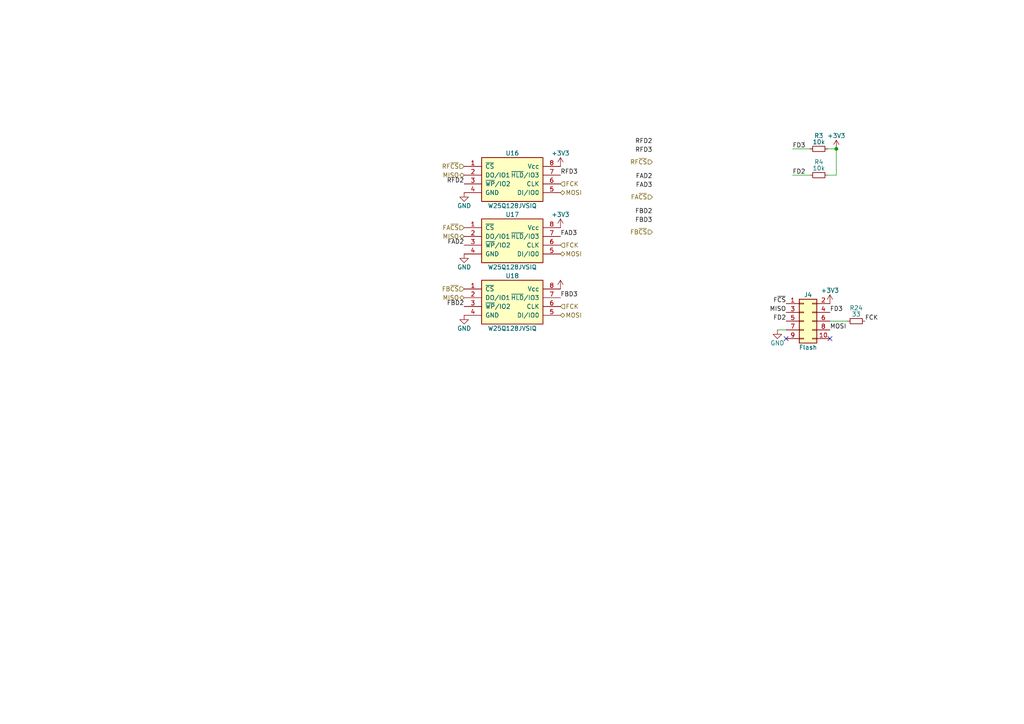
<source format=kicad_sch>
(kicad_sch (version 20230121) (generator eeschema)
  (paper "A4")
  (lib_symbols
    (symbol "Connector_Generic:Conn_02x05_Odd_Even" (pin_names (offset 1.016) hide)
      (property "Reference" "J" (at 1.27 7.62 0))
      (property "Value" "Conn_02x05_Odd_Even" (at 1.27 -7.62 0))
      (symbol "Conn_02x05_Odd_Even_1_1"
        (rectangle (start -1.27 -4.953) (end 0 -5.207) (stroke (width 0.1524)))
        (rectangle (start -1.27 -2.413) (end 0 -2.667) (stroke (width 0.1524)))
        (rectangle (start -1.27 0.127) (end 0 -0.127) (stroke (width 0.1524)))
        (rectangle (start -1.27 2.667) (end 0 2.413) (stroke (width 0.1524)))
        (rectangle (start -1.27 5.207) (end 0 4.953) (stroke (width 0.1524)))
        (rectangle (start -1.27 6.35) (end 3.81 -6.35) (stroke (width 0.254)) (fill (type background)))
        (rectangle (start 3.81 -4.953) (end 2.54 -5.207) (stroke (width 0.1524)))
        (rectangle (start 3.81 -2.413) (end 2.54 -2.667) (stroke (width 0.1524)))
        (rectangle (start 3.81 0.127) (end 2.54 -0.127) (stroke (width 0.1524)))
        (rectangle (start 3.81 2.667) (end 2.54 2.413) (stroke (width 0.1524)))
        (rectangle (start 3.81 5.207) (end 2.54 4.953) (stroke (width 0.1524)))
        (pin passive line (at -5.08 5.08 0) (length 3.81) (name "Pin_1") (number "1"))
        (pin passive line (at 7.62 -5.08 180) (length 3.81) (name "Pin_10") (number "10"))
        (pin passive line (at 7.62 5.08 180) (length 3.81) (name "Pin_2") (number "2"))
        (pin passive line (at -5.08 2.54 0) (length 3.81) (name "Pin_3") (number "3"))
        (pin passive line (at 7.62 2.54 180) (length 3.81) (name "Pin_4") (number "4"))
        (pin passive line (at -5.08 0 0) (length 3.81) (name "Pin_5") (number "5"))
        (pin passive line (at 7.62 0 180) (length 3.81) (name "Pin_6") (number "6"))
        (pin passive line (at -5.08 -2.54 0) (length 3.81) (name "Pin_7") (number "7"))
        (pin passive line (at 7.62 -2.54 180) (length 3.81) (name "Pin_8") (number "8"))
        (pin passive line (at -5.08 -5.08 0) (length 3.81) (name "Pin_9") (number "9"))
      )
    )
    (symbol "Device:R_Small" (pin_numbers hide) (pin_names (offset 0.254) hide)
      (property "Reference" "R" (at 0.762 0.508 0))
      (property "Value" "R_Small" (at 0.762 -1.016 0))
      (symbol "R_Small_0_1"
        (rectangle (start -0.762 1.778) (end 0.762 -1.778) (stroke (width 0.2032)))
      )
      (symbol "R_Small_1_1"
        (pin passive line (at 0 2.54 270) (length 0.762) (name "~") (number "1"))
        (pin passive line (at 0 -2.54 90) (length 0.762) (name "~") (number "2"))
      )
    )
    (symbol "GW_RAM:SPIFlash-SO-8" (pin_names (offset 1.016))
      (property "Reference" "U" (at 0 8.89 0))
      (property "Value" "SPIFlash-SO-8" (at 0 -6.35 0))
      (symbol "SPIFlash-SO-8_0_1"
        (rectangle (start -8.89 7.62) (end 8.89 -5.08) (stroke (width 0.254)) (fill (type background)))
      )
      (symbol "SPIFlash-SO-8_1_1"
        (pin input line (at -13.97 5.08 0) (length 5.08) (name "~{CS}") (number "1"))
        (pin bidirectional line (at -13.97 2.54 0) (length 5.08) (name "DO/IO1") (number "2"))
        (pin bidirectional line (at -13.97 0 0) (length 5.08) (name "~{WP}/IO2") (number "3"))
        (pin power_in line (at -13.97 -2.54 0) (length 5.08) (name "GND") (number "4"))
        (pin bidirectional line (at 13.97 -2.54 180) (length 5.08) (name "DI/IO0") (number "5"))
        (pin input line (at 13.97 0 180) (length 5.08) (name "CLK") (number "6"))
        (pin bidirectional line (at 13.97 2.54 180) (length 5.08) (name "~{HLD}/IO3") (number "7"))
        (pin power_in line (at 13.97 5.08 180) (length 5.08) (name "Vcc") (number "8"))
      )
    )
    (symbol "power:+3V3" (power) (pin_names (offset 0))
      (property "Value" "+3V3" (at 0 3.556 0))
      (symbol "+3V3_0_1"
        (polyline (pts (xy -0.762 1.27) (xy 0 2.54)))
        (polyline (pts (xy 0 0) (xy 0 2.54)))
        (polyline (pts (xy 0 2.54) (xy 0.762 1.27)))
      )
      (symbol "+3V3_1_1"
        (pin power_in line (at 0 0 90) (length 0) hide (name "+3V3") (number "1"))
      )
    )
    (symbol "power:GND" (power) (pin_names (offset 0))
      (property "Value" "GND" (at 0 -3.81 0))
      (symbol "GND_0_1"
        (polyline (pts (xy 0 0) (xy 0 -1.27) (xy 1.27 -1.27) (xy 0 -2.54) (xy -1.27 -1.27) (xy 0 -1.27)))
      )
      (symbol "GND_1_1"
        (pin power_in line (at 0 0 270) (length 0) hide (name "GND") (number "1"))
      )
    )
  )
  (junction (at 242.57 43.18))
  (no_connect (at 228.0164 98.2213))
  (no_connect (at 240.7164 98.2213))
  (wire (pts (xy 240.03 50.8) (xy 242.57 50.8)))
  (wire (pts (xy 225.4764 95.6813) (xy 228.0164 95.6813)))
  (wire (pts (xy 229.87 50.8) (xy 234.95 50.8)))
  (wire (pts (xy 240.03 43.18) (xy 242.57 43.18)))
  (wire (pts (xy 245.7964 93.1413) (xy 240.7164 93.1413)))
  (wire (pts (xy 242.57 50.8) (xy 242.57 43.18)))
  (wire (pts (xy 229.87 43.18) (xy 234.95 43.18)))
  (label "FAD3" (at 189.23 54.61 180))
  (label "FD3" (at 229.87 43.18 0))
  (label "RFD3" (at 162.56 50.8 0))
  (label "FBD2" (at 134.62 88.9 180))
  (label "FD2" (at 229.87 50.8 0))
  (label "FBD2" (at 189.23 62.23 180))
  (label "RFD3" (at 189.23 44.45 180))
  (label "FCK" (at 250.8764 93.1413 0))
  (label "FBD3" (at 162.56 86.36 0))
  (label "FD2" (at 228.0164 93.1413 180))
  (label "RFD2" (at 134.62 53.34 180))
  (label "MISO" (at 228.0164 90.6013 180))
  (label "F~{CS}" (at 228.0164 88.0613 180))
  (label "FAD2" (at 134.62 71.12 180))
  (label "MOSI" (at 240.7164 95.6813 0))
  (label "RFD2" (at 189.23 41.91 180))
  (label "FAD2" (at 189.23 52.07 180))
  (label "FD3" (at 240.7164 90.6013 0))
  (label "FAD3" (at 162.56 68.58 0))
  (label "FBD3" (at 189.23 64.77 180))
  (hierarchical_label "FA~{CS}" (shape input) (at 189.23 57.15 180))
  (hierarchical_label "FB~{CS}" (shape input) (at 134.62 83.82 180))
  (hierarchical_label "RF~{CS}" (shape input) (at 134.62 48.26 180))
  (hierarchical_label "FA~{CS}" (shape input) (at 134.62 66.04 180))
  (hierarchical_label "MISO" (shape bidirectional) (at 134.62 86.36 180))
  (hierarchical_label "MISO" (shape bidirectional) (at 134.62 50.8 180))
  (hierarchical_label "MOSI" (shape bidirectional) (at 162.56 73.66 0))
  (hierarchical_label "FB~{CS}" (shape input) (at 189.23 67.31 180))
  (hierarchical_label "MOSI" (shape bidirectional) (at 162.56 55.88 0))
  (hierarchical_label "MOSI" (shape bidirectional) (at 162.56 91.44 0))
  (hierarchical_label "MISO" (shape bidirectional) (at 134.62 68.58 180))
  (hierarchical_label "RF~{CS}" (shape input) (at 189.23 46.99 180))
  (hierarchical_label "FCK" (shape input) (at 162.56 53.34 0))
  (hierarchical_label "FCK" (shape input) (at 162.56 88.9 0))
  (hierarchical_label "FCK" (shape input) (at 162.56 71.12 0))
  (symbol (lib_id "GW_RAM:SPIFlash-SO-8") (at 148.59 71.12 0) (unit 1)
    (property "Reference" "U17" (at 148.59 62.23 0))
    (property "Value" "W25Q128JVSIQ" (at 148.59 77.47 0))
    (property "Footprint" "stdpads:SOIC-8_5.3mm" (effects hide))
    (property "LCSC Part" "C164122" (effects hide))
  )
  (symbol (lib_id "power:GND") (at 134.62 55.88 0) (unit 1)
    (property "Reference" "#PWR052" (effects hide))
    (property "Value" "GND" (at 134.62 59.69 0))
  )
  (symbol (lib_id "power:+3V3") (at 162.56 48.26 0) (unit 1)
    (property "Reference" "#PWR053" (effects hide))
    (property "Value" "+3V3" (at 162.56 44.45 0))
  )
  (symbol (lib_id "power:GND") (at 225.4764 95.6813 0) (unit 1)
    (property "Reference" "#PWR030" (effects hide))
    (property "Value" "GND" (at 225.4764 99.4913 0))
  )
  (symbol (lib_id "power:+3V3") (at 162.56 66.04 0) (unit 1)
    (property "Reference" "#PWR055" (effects hide))
    (property "Value" "+3V3" (at 162.56 62.23 0))
  )
  (symbol (lib_id "Connector_Generic:Conn_02x05_Odd_Even") (at 233.0964 93.1413 0) (unit 1)
    (property "Reference" "J4" (at 234.3664 85.5213 0))
    (property "Value" "Flash" (at 234.3664 100.7613 0))
    (property "Footprint" "Connector:Tag-Connect_TC2050-IDC-FP_2x05_P1.27mm_Vertical" (effects hide))
  )
  (symbol (lib_id "power:+3V3") (at 240.7164 88.0613 0) (unit 1)
    (property "Reference" "#PWR037" (effects hide))
    (property "Value" "+3V3" (at 240.7164 84.2513 0))
  )
  (symbol (lib_id "power:GND") (at 134.62 73.66 0) (unit 1)
    (property "Reference" "#PWR054" (effects hide))
    (property "Value" "GND" (at 134.62 77.47 0))
  )
  (symbol (lib_id "GW_RAM:SPIFlash-SO-8") (at 148.59 53.34 0) (unit 1)
    (property "Reference" "U16" (at 148.59 44.45 0))
    (property "Value" "W25Q128JVSIQ" (at 148.59 59.69 0))
    (property "Footprint" "stdpads:SOIC-8_5.3mm" (effects hide))
    (property "LCSC Part" "C164122" (effects hide))
  )
  (symbol (lib_id "Device:R_Small") (at 237.49 50.8 90) (unit 1)
    (property "Reference" "R4" (at 237.49 46.99 90))
    (property "Value" "10k" (at 237.49 49.53 90) (effects (justify top)))
    (property "Footprint" "stdpads:R_0603" (effects hide))
    (property "LCSC Part" "10k" (effects hide))
  )
  (symbol (lib_id "Device:R_Small") (at 237.49 43.18 90) (unit 1)
    (property "Reference" "R3" (at 237.49 39.37 90))
    (property "Value" "10k" (at 237.49 41.91 90) (effects (justify top)))
    (property "Footprint" "stdpads:R_0603" (effects hide))
    (property "LCSC Part" "10k" (effects hide))
  )
  (symbol (lib_id "power:+3V3") (at 162.56 83.82 0) (unit 1)
    (property "Reference" "#PWR057" (effects hide))
    (property "Value" "+3V3" (effects hide))
  )
  (symbol (lib_id "power:GND") (at 134.62 91.44 0) (unit 1)
    (property "Reference" "#PWR056" (effects hide))
    (property "Value" "GND" (at 134.62 95.25 0))
  )
  (symbol (lib_id "GW_RAM:SPIFlash-SO-8") (at 148.59 88.9 0) (unit 1)
    (property "Reference" "U18" (at 148.59 80.01 0))
    (property "Value" "W25Q128JVSIQ" (at 148.59 95.25 0))
    (property "Footprint" "stdpads:SOIC-8_5.3mm" (effects hide))
    (property "LCSC Part" "C164122" (effects hide))
  )
  (symbol (lib_id "power:+3V3") (at 242.57 43.18 0) (unit 1)
    (property "Reference" "#PWR01" (effects hide))
    (property "Value" "+3V3" (at 242.57 39.37 0))
  )
  (symbol (lib_id "Device:R_Small") (at 248.3364 93.1413 270) (unit 1)
    (property "Reference" "R24" (at 248.3364 89.3313 90))
    (property "Value" "33" (at 248.3364 91.8713 90) (effects (justify bottom)))
    (property "Footprint" "stdpads:R_0603" (effects hide))
    (property "LCSC Part" "C23140" (effects hide))
  )
)
</source>
